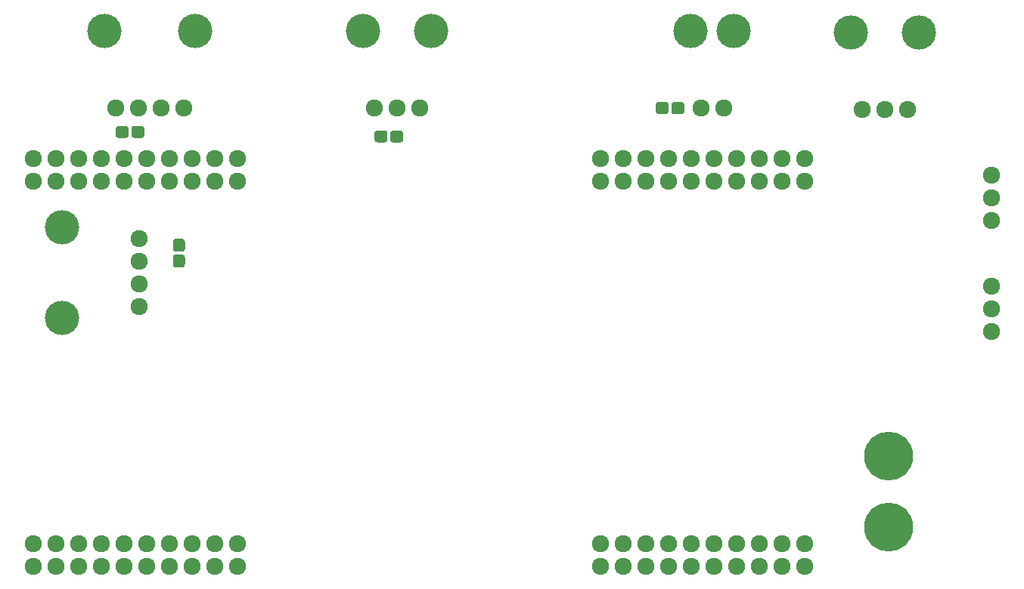
<source format=gbr>
G04 #@! TF.GenerationSoftware,KiCad,Pcbnew,(5.0.0)*
G04 #@! TF.CreationDate,2018-12-18T15:00:03-06:00*
G04 #@! TF.ProjectId,SRASensorBoard_Hardware,53524153656E736F72426F6172645F48,rev?*
G04 #@! TF.SameCoordinates,Original*
G04 #@! TF.FileFunction,Soldermask,Bot*
G04 #@! TF.FilePolarity,Negative*
%FSLAX46Y46*%
G04 Gerber Fmt 4.6, Leading zero omitted, Abs format (unit mm)*
G04 Created by KiCad (PCBNEW (5.0.0)) date 12/18/18 15:00:03*
%MOMM*%
%LPD*%
G01*
G04 APERTURE LIST*
%ADD10C,5.480000*%
%ADD11C,0.100000*%
%ADD12C,1.350000*%
%ADD13C,1.924000*%
%ADD14C,3.850000*%
%ADD15C,1.920000*%
G04 APERTURE END LIST*
D10*
G04 #@! TO.C,Conn1*
X183362600Y-97281000D03*
X183362600Y-105282000D03*
G04 #@! TD*
D11*
G04 #@! TO.C,R4*
G36*
X104256581Y-74700625D02*
X104289343Y-74705485D01*
X104321471Y-74713533D01*
X104352656Y-74724691D01*
X104382596Y-74738852D01*
X104411005Y-74755879D01*
X104437608Y-74775609D01*
X104462149Y-74797851D01*
X104484391Y-74822392D01*
X104504121Y-74848995D01*
X104521148Y-74877404D01*
X104535309Y-74907344D01*
X104546467Y-74938529D01*
X104554515Y-74970657D01*
X104559375Y-75003419D01*
X104561000Y-75036500D01*
X104561000Y-75811500D01*
X104559375Y-75844581D01*
X104554515Y-75877343D01*
X104546467Y-75909471D01*
X104535309Y-75940656D01*
X104521148Y-75970596D01*
X104504121Y-75999005D01*
X104484391Y-76025608D01*
X104462149Y-76050149D01*
X104437608Y-76072391D01*
X104411005Y-76092121D01*
X104382596Y-76109148D01*
X104352656Y-76123309D01*
X104321471Y-76134467D01*
X104289343Y-76142515D01*
X104256581Y-76147375D01*
X104223500Y-76149000D01*
X103548500Y-76149000D01*
X103515419Y-76147375D01*
X103482657Y-76142515D01*
X103450529Y-76134467D01*
X103419344Y-76123309D01*
X103389404Y-76109148D01*
X103360995Y-76092121D01*
X103334392Y-76072391D01*
X103309851Y-76050149D01*
X103287609Y-76025608D01*
X103267879Y-75999005D01*
X103250852Y-75970596D01*
X103236691Y-75940656D01*
X103225533Y-75909471D01*
X103217485Y-75877343D01*
X103212625Y-75844581D01*
X103211000Y-75811500D01*
X103211000Y-75036500D01*
X103212625Y-75003419D01*
X103217485Y-74970657D01*
X103225533Y-74938529D01*
X103236691Y-74907344D01*
X103250852Y-74877404D01*
X103267879Y-74848995D01*
X103287609Y-74822392D01*
X103309851Y-74797851D01*
X103334392Y-74775609D01*
X103360995Y-74755879D01*
X103389404Y-74738852D01*
X103419344Y-74724691D01*
X103450529Y-74713533D01*
X103482657Y-74705485D01*
X103515419Y-74700625D01*
X103548500Y-74699000D01*
X104223500Y-74699000D01*
X104256581Y-74700625D01*
X104256581Y-74700625D01*
G37*
D12*
X103886000Y-75424000D03*
D11*
G36*
X104256581Y-72950625D02*
X104289343Y-72955485D01*
X104321471Y-72963533D01*
X104352656Y-72974691D01*
X104382596Y-72988852D01*
X104411005Y-73005879D01*
X104437608Y-73025609D01*
X104462149Y-73047851D01*
X104484391Y-73072392D01*
X104504121Y-73098995D01*
X104521148Y-73127404D01*
X104535309Y-73157344D01*
X104546467Y-73188529D01*
X104554515Y-73220657D01*
X104559375Y-73253419D01*
X104561000Y-73286500D01*
X104561000Y-74061500D01*
X104559375Y-74094581D01*
X104554515Y-74127343D01*
X104546467Y-74159471D01*
X104535309Y-74190656D01*
X104521148Y-74220596D01*
X104504121Y-74249005D01*
X104484391Y-74275608D01*
X104462149Y-74300149D01*
X104437608Y-74322391D01*
X104411005Y-74342121D01*
X104382596Y-74359148D01*
X104352656Y-74373309D01*
X104321471Y-74384467D01*
X104289343Y-74392515D01*
X104256581Y-74397375D01*
X104223500Y-74399000D01*
X103548500Y-74399000D01*
X103515419Y-74397375D01*
X103482657Y-74392515D01*
X103450529Y-74384467D01*
X103419344Y-74373309D01*
X103389404Y-74359148D01*
X103360995Y-74342121D01*
X103334392Y-74322391D01*
X103309851Y-74300149D01*
X103287609Y-74275608D01*
X103267879Y-74249005D01*
X103250852Y-74220596D01*
X103236691Y-74190656D01*
X103225533Y-74159471D01*
X103217485Y-74127343D01*
X103212625Y-74094581D01*
X103211000Y-74061500D01*
X103211000Y-73286500D01*
X103212625Y-73253419D01*
X103217485Y-73220657D01*
X103225533Y-73188529D01*
X103236691Y-73157344D01*
X103250852Y-73127404D01*
X103267879Y-73098995D01*
X103287609Y-73072392D01*
X103309851Y-73047851D01*
X103334392Y-73025609D01*
X103360995Y-73005879D01*
X103389404Y-72988852D01*
X103419344Y-72974691D01*
X103450529Y-72963533D01*
X103482657Y-72955485D01*
X103515419Y-72950625D01*
X103548500Y-72949000D01*
X104223500Y-72949000D01*
X104256581Y-72950625D01*
X104256581Y-72950625D01*
G37*
D12*
X103886000Y-73674000D03*
G04 #@! TD*
D11*
G04 #@! TO.C,R2*
G36*
X99706581Y-60286625D02*
X99739343Y-60291485D01*
X99771471Y-60299533D01*
X99802656Y-60310691D01*
X99832596Y-60324852D01*
X99861005Y-60341879D01*
X99887608Y-60361609D01*
X99912149Y-60383851D01*
X99934391Y-60408392D01*
X99954121Y-60434995D01*
X99971148Y-60463404D01*
X99985309Y-60493344D01*
X99996467Y-60524529D01*
X100004515Y-60556657D01*
X100009375Y-60589419D01*
X100011000Y-60622500D01*
X100011000Y-61297500D01*
X100009375Y-61330581D01*
X100004515Y-61363343D01*
X99996467Y-61395471D01*
X99985309Y-61426656D01*
X99971148Y-61456596D01*
X99954121Y-61485005D01*
X99934391Y-61511608D01*
X99912149Y-61536149D01*
X99887608Y-61558391D01*
X99861005Y-61578121D01*
X99832596Y-61595148D01*
X99802656Y-61609309D01*
X99771471Y-61620467D01*
X99739343Y-61628515D01*
X99706581Y-61633375D01*
X99673500Y-61635000D01*
X98898500Y-61635000D01*
X98865419Y-61633375D01*
X98832657Y-61628515D01*
X98800529Y-61620467D01*
X98769344Y-61609309D01*
X98739404Y-61595148D01*
X98710995Y-61578121D01*
X98684392Y-61558391D01*
X98659851Y-61536149D01*
X98637609Y-61511608D01*
X98617879Y-61485005D01*
X98600852Y-61456596D01*
X98586691Y-61426656D01*
X98575533Y-61395471D01*
X98567485Y-61363343D01*
X98562625Y-61330581D01*
X98561000Y-61297500D01*
X98561000Y-60622500D01*
X98562625Y-60589419D01*
X98567485Y-60556657D01*
X98575533Y-60524529D01*
X98586691Y-60493344D01*
X98600852Y-60463404D01*
X98617879Y-60434995D01*
X98637609Y-60408392D01*
X98659851Y-60383851D01*
X98684392Y-60361609D01*
X98710995Y-60341879D01*
X98739404Y-60324852D01*
X98769344Y-60310691D01*
X98800529Y-60299533D01*
X98832657Y-60291485D01*
X98865419Y-60286625D01*
X98898500Y-60285000D01*
X99673500Y-60285000D01*
X99706581Y-60286625D01*
X99706581Y-60286625D01*
G37*
D12*
X99286000Y-60960000D03*
D11*
G36*
X97956581Y-60286625D02*
X97989343Y-60291485D01*
X98021471Y-60299533D01*
X98052656Y-60310691D01*
X98082596Y-60324852D01*
X98111005Y-60341879D01*
X98137608Y-60361609D01*
X98162149Y-60383851D01*
X98184391Y-60408392D01*
X98204121Y-60434995D01*
X98221148Y-60463404D01*
X98235309Y-60493344D01*
X98246467Y-60524529D01*
X98254515Y-60556657D01*
X98259375Y-60589419D01*
X98261000Y-60622500D01*
X98261000Y-61297500D01*
X98259375Y-61330581D01*
X98254515Y-61363343D01*
X98246467Y-61395471D01*
X98235309Y-61426656D01*
X98221148Y-61456596D01*
X98204121Y-61485005D01*
X98184391Y-61511608D01*
X98162149Y-61536149D01*
X98137608Y-61558391D01*
X98111005Y-61578121D01*
X98082596Y-61595148D01*
X98052656Y-61609309D01*
X98021471Y-61620467D01*
X97989343Y-61628515D01*
X97956581Y-61633375D01*
X97923500Y-61635000D01*
X97148500Y-61635000D01*
X97115419Y-61633375D01*
X97082657Y-61628515D01*
X97050529Y-61620467D01*
X97019344Y-61609309D01*
X96989404Y-61595148D01*
X96960995Y-61578121D01*
X96934392Y-61558391D01*
X96909851Y-61536149D01*
X96887609Y-61511608D01*
X96867879Y-61485005D01*
X96850852Y-61456596D01*
X96836691Y-61426656D01*
X96825533Y-61395471D01*
X96817485Y-61363343D01*
X96812625Y-61330581D01*
X96811000Y-61297500D01*
X96811000Y-60622500D01*
X96812625Y-60589419D01*
X96817485Y-60556657D01*
X96825533Y-60524529D01*
X96836691Y-60493344D01*
X96850852Y-60463404D01*
X96867879Y-60434995D01*
X96887609Y-60408392D01*
X96909851Y-60383851D01*
X96934392Y-60361609D01*
X96960995Y-60341879D01*
X96989404Y-60324852D01*
X97019344Y-60310691D01*
X97050529Y-60299533D01*
X97082657Y-60291485D01*
X97115419Y-60286625D01*
X97148500Y-60285000D01*
X97923500Y-60285000D01*
X97956581Y-60286625D01*
X97956581Y-60286625D01*
G37*
D12*
X97536000Y-60960000D03*
G04 #@! TD*
D13*
G04 #@! TO.C,Conn2*
X96774000Y-58293000D03*
X99314000Y-58293000D03*
X101854000Y-58293000D03*
X104394000Y-58293000D03*
D14*
X95504000Y-49657000D03*
X105664000Y-49657000D03*
G04 #@! TD*
D13*
G04 #@! TO.C,Conn3*
X125730000Y-58293000D03*
X128270000Y-58293000D03*
X130810000Y-58293000D03*
D14*
X124460000Y-49657000D03*
X132080000Y-49657000D03*
G04 #@! TD*
G04 #@! TO.C,Conn4*
X90805000Y-71628000D03*
X90805000Y-81788000D03*
D13*
X99441000Y-72898000D03*
X99441000Y-75438000D03*
X99441000Y-77978000D03*
X99441000Y-80518000D03*
G04 #@! TD*
D14*
G04 #@! TO.C,Conn6*
X161161000Y-49653000D03*
D13*
X162306000Y-58293000D03*
X164846000Y-58293000D03*
D14*
X165989000Y-49657000D03*
G04 #@! TD*
D11*
G04 #@! TO.C,R3*
G36*
X126940581Y-60794625D02*
X126973343Y-60799485D01*
X127005471Y-60807533D01*
X127036656Y-60818691D01*
X127066596Y-60832852D01*
X127095005Y-60849879D01*
X127121608Y-60869609D01*
X127146149Y-60891851D01*
X127168391Y-60916392D01*
X127188121Y-60942995D01*
X127205148Y-60971404D01*
X127219309Y-61001344D01*
X127230467Y-61032529D01*
X127238515Y-61064657D01*
X127243375Y-61097419D01*
X127245000Y-61130500D01*
X127245000Y-61805500D01*
X127243375Y-61838581D01*
X127238515Y-61871343D01*
X127230467Y-61903471D01*
X127219309Y-61934656D01*
X127205148Y-61964596D01*
X127188121Y-61993005D01*
X127168391Y-62019608D01*
X127146149Y-62044149D01*
X127121608Y-62066391D01*
X127095005Y-62086121D01*
X127066596Y-62103148D01*
X127036656Y-62117309D01*
X127005471Y-62128467D01*
X126973343Y-62136515D01*
X126940581Y-62141375D01*
X126907500Y-62143000D01*
X126132500Y-62143000D01*
X126099419Y-62141375D01*
X126066657Y-62136515D01*
X126034529Y-62128467D01*
X126003344Y-62117309D01*
X125973404Y-62103148D01*
X125944995Y-62086121D01*
X125918392Y-62066391D01*
X125893851Y-62044149D01*
X125871609Y-62019608D01*
X125851879Y-61993005D01*
X125834852Y-61964596D01*
X125820691Y-61934656D01*
X125809533Y-61903471D01*
X125801485Y-61871343D01*
X125796625Y-61838581D01*
X125795000Y-61805500D01*
X125795000Y-61130500D01*
X125796625Y-61097419D01*
X125801485Y-61064657D01*
X125809533Y-61032529D01*
X125820691Y-61001344D01*
X125834852Y-60971404D01*
X125851879Y-60942995D01*
X125871609Y-60916392D01*
X125893851Y-60891851D01*
X125918392Y-60869609D01*
X125944995Y-60849879D01*
X125973404Y-60832852D01*
X126003344Y-60818691D01*
X126034529Y-60807533D01*
X126066657Y-60799485D01*
X126099419Y-60794625D01*
X126132500Y-60793000D01*
X126907500Y-60793000D01*
X126940581Y-60794625D01*
X126940581Y-60794625D01*
G37*
D12*
X126520000Y-61468000D03*
D11*
G36*
X128690581Y-60794625D02*
X128723343Y-60799485D01*
X128755471Y-60807533D01*
X128786656Y-60818691D01*
X128816596Y-60832852D01*
X128845005Y-60849879D01*
X128871608Y-60869609D01*
X128896149Y-60891851D01*
X128918391Y-60916392D01*
X128938121Y-60942995D01*
X128955148Y-60971404D01*
X128969309Y-61001344D01*
X128980467Y-61032529D01*
X128988515Y-61064657D01*
X128993375Y-61097419D01*
X128995000Y-61130500D01*
X128995000Y-61805500D01*
X128993375Y-61838581D01*
X128988515Y-61871343D01*
X128980467Y-61903471D01*
X128969309Y-61934656D01*
X128955148Y-61964596D01*
X128938121Y-61993005D01*
X128918391Y-62019608D01*
X128896149Y-62044149D01*
X128871608Y-62066391D01*
X128845005Y-62086121D01*
X128816596Y-62103148D01*
X128786656Y-62117309D01*
X128755471Y-62128467D01*
X128723343Y-62136515D01*
X128690581Y-62141375D01*
X128657500Y-62143000D01*
X127882500Y-62143000D01*
X127849419Y-62141375D01*
X127816657Y-62136515D01*
X127784529Y-62128467D01*
X127753344Y-62117309D01*
X127723404Y-62103148D01*
X127694995Y-62086121D01*
X127668392Y-62066391D01*
X127643851Y-62044149D01*
X127621609Y-62019608D01*
X127601879Y-61993005D01*
X127584852Y-61964596D01*
X127570691Y-61934656D01*
X127559533Y-61903471D01*
X127551485Y-61871343D01*
X127546625Y-61838581D01*
X127545000Y-61805500D01*
X127545000Y-61130500D01*
X127546625Y-61097419D01*
X127551485Y-61064657D01*
X127559533Y-61032529D01*
X127570691Y-61001344D01*
X127584852Y-60971404D01*
X127601879Y-60942995D01*
X127621609Y-60916392D01*
X127643851Y-60891851D01*
X127668392Y-60869609D01*
X127694995Y-60849879D01*
X127723404Y-60832852D01*
X127753344Y-60818691D01*
X127784529Y-60807533D01*
X127816657Y-60799485D01*
X127849419Y-60794625D01*
X127882500Y-60793000D01*
X128657500Y-60793000D01*
X128690581Y-60794625D01*
X128690581Y-60794625D01*
G37*
D12*
X128270000Y-61468000D03*
G04 #@! TD*
D15*
G04 #@! TO.C,U1*
X151049001Y-109685001D03*
X173909001Y-63965001D03*
X171369001Y-63965001D03*
X163749001Y-63965001D03*
X161209001Y-107145001D03*
X166289001Y-63965001D03*
X168829001Y-63965001D03*
X166289001Y-109685001D03*
X171369001Y-107145001D03*
X161209001Y-63965001D03*
X158669001Y-63965001D03*
X171369001Y-109685001D03*
X166289001Y-107145001D03*
X163749001Y-107145001D03*
X151049001Y-107145001D03*
X153589001Y-107145001D03*
X156129001Y-107145001D03*
X158669001Y-107145001D03*
X168829001Y-107145001D03*
X173909001Y-107145001D03*
X153589001Y-109685001D03*
X156129001Y-109685001D03*
X158669001Y-109685001D03*
X161209001Y-109685001D03*
X163749001Y-109685001D03*
X168829001Y-109685001D03*
X173909001Y-109685001D03*
X151049001Y-66505001D03*
X153589001Y-66505001D03*
X156129001Y-66505001D03*
X158669001Y-66505001D03*
X161209001Y-66505001D03*
X163749001Y-66505001D03*
X166289001Y-66505001D03*
X168829001Y-66505001D03*
X171369001Y-66505001D03*
X173909001Y-66505001D03*
X151049001Y-63965001D03*
X153589001Y-63965001D03*
X156129001Y-63965001D03*
X87549001Y-107145001D03*
X90089001Y-107145001D03*
X92629001Y-107145001D03*
X95169001Y-107145001D03*
X97709001Y-107145001D03*
X100249001Y-107145001D03*
X102789001Y-107145001D03*
X105329001Y-107145001D03*
X107869001Y-107145001D03*
X110409001Y-107145001D03*
X87549001Y-109685001D03*
X90089001Y-109685001D03*
X92629001Y-109685001D03*
X95169001Y-109685001D03*
X97709001Y-109685001D03*
X100249001Y-109685001D03*
X102789001Y-109685001D03*
X105329001Y-109685001D03*
X107869001Y-109685001D03*
X110409001Y-109685001D03*
X87549001Y-66505001D03*
X90089001Y-66505001D03*
X92629001Y-66505001D03*
X95169001Y-66505001D03*
X97709001Y-66505001D03*
X100249001Y-66505001D03*
X102789001Y-66505001D03*
X105329001Y-66505001D03*
X107869001Y-66505001D03*
X110409001Y-66505001D03*
X87549001Y-63965001D03*
X90089001Y-63965001D03*
X92629001Y-63965001D03*
X95169001Y-63965001D03*
X97709001Y-63965001D03*
X100249001Y-63965001D03*
X102789001Y-63965001D03*
X105329001Y-63965001D03*
X107869001Y-63965001D03*
X110409001Y-63965001D03*
G04 #@! TD*
D11*
G04 #@! TO.C,R13*
G36*
X158408581Y-57619625D02*
X158441343Y-57624485D01*
X158473471Y-57632533D01*
X158504656Y-57643691D01*
X158534596Y-57657852D01*
X158563005Y-57674879D01*
X158589608Y-57694609D01*
X158614149Y-57716851D01*
X158636391Y-57741392D01*
X158656121Y-57767995D01*
X158673148Y-57796404D01*
X158687309Y-57826344D01*
X158698467Y-57857529D01*
X158706515Y-57889657D01*
X158711375Y-57922419D01*
X158713000Y-57955500D01*
X158713000Y-58630500D01*
X158711375Y-58663581D01*
X158706515Y-58696343D01*
X158698467Y-58728471D01*
X158687309Y-58759656D01*
X158673148Y-58789596D01*
X158656121Y-58818005D01*
X158636391Y-58844608D01*
X158614149Y-58869149D01*
X158589608Y-58891391D01*
X158563005Y-58911121D01*
X158534596Y-58928148D01*
X158504656Y-58942309D01*
X158473471Y-58953467D01*
X158441343Y-58961515D01*
X158408581Y-58966375D01*
X158375500Y-58968000D01*
X157600500Y-58968000D01*
X157567419Y-58966375D01*
X157534657Y-58961515D01*
X157502529Y-58953467D01*
X157471344Y-58942309D01*
X157441404Y-58928148D01*
X157412995Y-58911121D01*
X157386392Y-58891391D01*
X157361851Y-58869149D01*
X157339609Y-58844608D01*
X157319879Y-58818005D01*
X157302852Y-58789596D01*
X157288691Y-58759656D01*
X157277533Y-58728471D01*
X157269485Y-58696343D01*
X157264625Y-58663581D01*
X157263000Y-58630500D01*
X157263000Y-57955500D01*
X157264625Y-57922419D01*
X157269485Y-57889657D01*
X157277533Y-57857529D01*
X157288691Y-57826344D01*
X157302852Y-57796404D01*
X157319879Y-57767995D01*
X157339609Y-57741392D01*
X157361851Y-57716851D01*
X157386392Y-57694609D01*
X157412995Y-57674879D01*
X157441404Y-57657852D01*
X157471344Y-57643691D01*
X157502529Y-57632533D01*
X157534657Y-57624485D01*
X157567419Y-57619625D01*
X157600500Y-57618000D01*
X158375500Y-57618000D01*
X158408581Y-57619625D01*
X158408581Y-57619625D01*
G37*
D12*
X157988000Y-58293000D03*
D11*
G36*
X160158581Y-57619625D02*
X160191343Y-57624485D01*
X160223471Y-57632533D01*
X160254656Y-57643691D01*
X160284596Y-57657852D01*
X160313005Y-57674879D01*
X160339608Y-57694609D01*
X160364149Y-57716851D01*
X160386391Y-57741392D01*
X160406121Y-57767995D01*
X160423148Y-57796404D01*
X160437309Y-57826344D01*
X160448467Y-57857529D01*
X160456515Y-57889657D01*
X160461375Y-57922419D01*
X160463000Y-57955500D01*
X160463000Y-58630500D01*
X160461375Y-58663581D01*
X160456515Y-58696343D01*
X160448467Y-58728471D01*
X160437309Y-58759656D01*
X160423148Y-58789596D01*
X160406121Y-58818005D01*
X160386391Y-58844608D01*
X160364149Y-58869149D01*
X160339608Y-58891391D01*
X160313005Y-58911121D01*
X160284596Y-58928148D01*
X160254656Y-58942309D01*
X160223471Y-58953467D01*
X160191343Y-58961515D01*
X160158581Y-58966375D01*
X160125500Y-58968000D01*
X159350500Y-58968000D01*
X159317419Y-58966375D01*
X159284657Y-58961515D01*
X159252529Y-58953467D01*
X159221344Y-58942309D01*
X159191404Y-58928148D01*
X159162995Y-58911121D01*
X159136392Y-58891391D01*
X159111851Y-58869149D01*
X159089609Y-58844608D01*
X159069879Y-58818005D01*
X159052852Y-58789596D01*
X159038691Y-58759656D01*
X159027533Y-58728471D01*
X159019485Y-58696343D01*
X159014625Y-58663581D01*
X159013000Y-58630500D01*
X159013000Y-57955500D01*
X159014625Y-57922419D01*
X159019485Y-57889657D01*
X159027533Y-57857529D01*
X159038691Y-57826344D01*
X159052852Y-57796404D01*
X159069879Y-57767995D01*
X159089609Y-57741392D01*
X159111851Y-57716851D01*
X159136392Y-57694609D01*
X159162995Y-57674879D01*
X159191404Y-57657852D01*
X159221344Y-57643691D01*
X159252529Y-57632533D01*
X159284657Y-57624485D01*
X159317419Y-57619625D01*
X159350500Y-57618000D01*
X160125500Y-57618000D01*
X160158581Y-57619625D01*
X160158581Y-57619625D01*
G37*
D12*
X159738000Y-58293000D03*
G04 #@! TD*
D13*
G04 #@! TO.C,U3*
X194818000Y-70866000D03*
X194818000Y-68326000D03*
X194818000Y-65786000D03*
G04 #@! TD*
G04 #@! TO.C,U2*
X194818000Y-83312000D03*
X194818000Y-80772000D03*
X194818000Y-78232000D03*
G04 #@! TD*
G04 #@! TO.C,Conn5*
X180340000Y-58420000D03*
X182880000Y-58420000D03*
X185420000Y-58420000D03*
D14*
X179070000Y-49784000D03*
X186690000Y-49784000D03*
G04 #@! TD*
M02*

</source>
